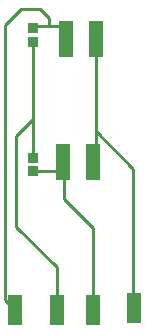
<source format=gbr>
G04 EAGLE Gerber RS-274X export*
G75*
%MOMM*%
%FSLAX34Y34*%
%LPD*%
%INTop Copper*%
%IPPOS*%
%AMOC8*
5,1,8,0,0,1.08239X$1,22.5*%
G01*
%ADD10R,0.900000X0.850000*%
%ADD11R,1.270000X3.048000*%
%ADD12R,1.270000X2.540000*%
%ADD13C,0.254000*%


D10*
X61530Y171760D03*
X61530Y183360D03*
X61910Y281560D03*
X61910Y293160D03*
D11*
X87160Y179570D03*
X112560Y179570D03*
X114700Y283650D03*
X89300Y283650D03*
D12*
X112550Y54730D03*
X46380Y54680D03*
X81650Y54290D03*
X147620Y56020D03*
D13*
X87990Y171760D02*
X61530Y171760D01*
X87990Y171760D02*
X88040Y171810D01*
X112550Y124180D02*
X112550Y54730D01*
X87990Y148740D02*
X87990Y171760D01*
X87990Y148740D02*
X112550Y124180D01*
X61910Y293160D02*
X63180Y294430D01*
X74920Y294430D01*
X90070Y294430D01*
X37960Y63100D02*
X46380Y54680D01*
X37960Y63100D02*
X37960Y295280D01*
X51490Y308810D01*
X67260Y308810D01*
X74920Y301150D01*
X74920Y294430D01*
X61910Y281560D02*
X61910Y215920D01*
X61910Y183740D01*
X61530Y183360D01*
X47420Y201430D02*
X61910Y215920D01*
X47420Y201430D02*
X47420Y124840D01*
X81650Y90610D01*
X81650Y54290D01*
X114700Y206000D02*
X114700Y283650D01*
X114700Y206000D02*
X114700Y187030D01*
X113330Y185660D01*
X114700Y206000D02*
X146590Y174110D01*
X146590Y63070D01*
M02*

</source>
